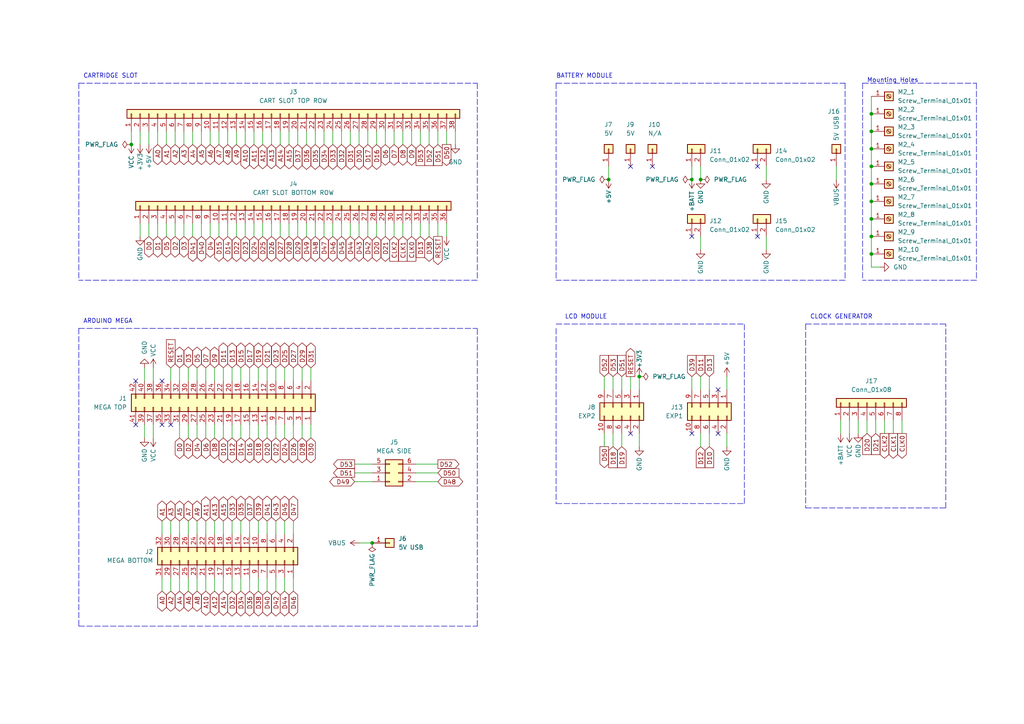
<source format=kicad_sch>
(kicad_sch (version 20210621) (generator eeschema)
  (paper "A4")
  (title_block (title "OPEN SOURCE CARTRIDGE READER") (date "2021-11-15") (rev "V1"))
  (junction (at 38.1 41.91))
  (junction (at 107.95 157.48))
  (junction (at 176.53 52.07))
  (junction (at 185.42 109.22))
  (junction (at 200.66 52.07))
  (junction (at 203.2 52.07))
  (junction (at 252.73 33.02))
  (junction (at 252.73 38.1))
  (junction (at 252.73 43.18))
  (junction (at 252.73 48.26))
  (junction (at 252.73 53.34))
  (junction (at 252.73 58.42))
  (junction (at 252.73 63.5))
  (junction (at 252.73 68.58))
  (junction (at 252.73 73.66))
  (no_connect (at 39.37 110.49))
  (no_connect (at 39.37 123.19))
  (no_connect (at 46.99 110.49))
  (no_connect (at 46.99 123.19))
  (no_connect (at 49.53 123.19))
  (no_connect (at 182.88 48.26))
  (no_connect (at 182.88 125.73))
  (no_connect (at 189.23 48.26))
  (no_connect (at 200.66 68.58))
  (no_connect (at 200.66 125.73))
  (no_connect (at 208.28 113.03))
  (no_connect (at 208.28 125.73))
  (no_connect (at 219.71 48.26))
  (no_connect (at 219.71 68.58))
  (wire (pts (xy 38.1 38.1) (xy 38.1 41.91)))
  (wire (pts (xy 40.64 38.1) (xy 40.64 41.91)))
  (wire (pts (xy 40.64 64.77) (xy 40.64 68.58)))
  (wire (pts (xy 41.91 106.68) (xy 41.91 110.49)))
  (wire (pts (xy 41.91 123.19) (xy 41.91 127)))
  (wire (pts (xy 43.18 38.1) (xy 43.18 41.91)))
  (wire (pts (xy 43.18 64.77) (xy 43.18 68.58)))
  (wire (pts (xy 44.45 106.68) (xy 44.45 110.49)))
  (wire (pts (xy 44.45 123.19) (xy 44.45 127)))
  (wire (pts (xy 45.72 38.1) (xy 45.72 41.91)))
  (wire (pts (xy 45.72 64.77) (xy 45.72 68.58)))
  (wire (pts (xy 46.99 151.13) (xy 46.99 154.94)))
  (wire (pts (xy 46.99 167.64) (xy 46.99 171.45)))
  (wire (pts (xy 48.26 38.1) (xy 48.26 41.91)))
  (wire (pts (xy 48.26 64.77) (xy 48.26 68.58)))
  (wire (pts (xy 49.53 106.68) (xy 49.53 110.49)))
  (wire (pts (xy 49.53 151.13) (xy 49.53 154.94)))
  (wire (pts (xy 49.53 167.64) (xy 49.53 171.45)))
  (wire (pts (xy 50.8 38.1) (xy 50.8 41.91)))
  (wire (pts (xy 50.8 64.77) (xy 50.8 68.58)))
  (wire (pts (xy 52.07 106.68) (xy 52.07 110.49)))
  (wire (pts (xy 52.07 123.19) (xy 52.07 127)))
  (wire (pts (xy 52.07 151.13) (xy 52.07 154.94)))
  (wire (pts (xy 52.07 167.64) (xy 52.07 171.45)))
  (wire (pts (xy 53.34 38.1) (xy 53.34 41.91)))
  (wire (pts (xy 53.34 64.77) (xy 53.34 68.58)))
  (wire (pts (xy 54.61 106.68) (xy 54.61 110.49)))
  (wire (pts (xy 54.61 123.19) (xy 54.61 127)))
  (wire (pts (xy 54.61 151.13) (xy 54.61 154.94)))
  (wire (pts (xy 54.61 167.64) (xy 54.61 171.45)))
  (wire (pts (xy 55.88 38.1) (xy 55.88 41.91)))
  (wire (pts (xy 55.88 64.77) (xy 55.88 68.58)))
  (wire (pts (xy 57.15 106.68) (xy 57.15 110.49)))
  (wire (pts (xy 57.15 123.19) (xy 57.15 127)))
  (wire (pts (xy 57.15 151.13) (xy 57.15 154.94)))
  (wire (pts (xy 57.15 167.64) (xy 57.15 171.45)))
  (wire (pts (xy 58.42 38.1) (xy 58.42 41.91)))
  (wire (pts (xy 58.42 64.77) (xy 58.42 68.58)))
  (wire (pts (xy 59.69 106.68) (xy 59.69 110.49)))
  (wire (pts (xy 59.69 123.19) (xy 59.69 127)))
  (wire (pts (xy 59.69 151.13) (xy 59.69 154.94)))
  (wire (pts (xy 59.69 167.64) (xy 59.69 171.45)))
  (wire (pts (xy 60.96 38.1) (xy 60.96 41.91)))
  (wire (pts (xy 60.96 64.77) (xy 60.96 68.58)))
  (wire (pts (xy 62.23 106.68) (xy 62.23 110.49)))
  (wire (pts (xy 62.23 123.19) (xy 62.23 127)))
  (wire (pts (xy 62.23 151.13) (xy 62.23 154.94)))
  (wire (pts (xy 62.23 167.64) (xy 62.23 171.45)))
  (wire (pts (xy 63.5 38.1) (xy 63.5 41.91)))
  (wire (pts (xy 63.5 64.77) (xy 63.5 68.58)))
  (wire (pts (xy 64.77 106.68) (xy 64.77 110.49)))
  (wire (pts (xy 64.77 123.19) (xy 64.77 127)))
  (wire (pts (xy 64.77 151.13) (xy 64.77 154.94)))
  (wire (pts (xy 64.77 167.64) (xy 64.77 171.45)))
  (wire (pts (xy 66.04 38.1) (xy 66.04 41.91)))
  (wire (pts (xy 66.04 64.77) (xy 66.04 68.58)))
  (wire (pts (xy 67.31 106.68) (xy 67.31 110.49)))
  (wire (pts (xy 67.31 123.19) (xy 67.31 127)))
  (wire (pts (xy 67.31 151.13) (xy 67.31 154.94)))
  (wire (pts (xy 67.31 167.64) (xy 67.31 171.45)))
  (wire (pts (xy 68.58 38.1) (xy 68.58 41.91)))
  (wire (pts (xy 68.58 64.77) (xy 68.58 68.58)))
  (wire (pts (xy 69.85 106.68) (xy 69.85 110.49)))
  (wire (pts (xy 69.85 123.19) (xy 69.85 127)))
  (wire (pts (xy 69.85 151.13) (xy 69.85 154.94)))
  (wire (pts (xy 69.85 167.64) (xy 69.85 171.45)))
  (wire (pts (xy 71.12 38.1) (xy 71.12 41.91)))
  (wire (pts (xy 71.12 64.77) (xy 71.12 68.58)))
  (wire (pts (xy 72.39 106.68) (xy 72.39 110.49)))
  (wire (pts (xy 72.39 123.19) (xy 72.39 127)))
  (wire (pts (xy 72.39 151.13) (xy 72.39 154.94)))
  (wire (pts (xy 72.39 167.64) (xy 72.39 171.45)))
  (wire (pts (xy 73.66 38.1) (xy 73.66 41.91)))
  (wire (pts (xy 73.66 64.77) (xy 73.66 68.58)))
  (wire (pts (xy 74.93 106.68) (xy 74.93 110.49)))
  (wire (pts (xy 74.93 123.19) (xy 74.93 127)))
  (wire (pts (xy 74.93 151.13) (xy 74.93 154.94)))
  (wire (pts (xy 74.93 167.64) (xy 74.93 171.45)))
  (wire (pts (xy 76.2 38.1) (xy 76.2 41.91)))
  (wire (pts (xy 76.2 64.77) (xy 76.2 68.58)))
  (wire (pts (xy 77.47 106.68) (xy 77.47 110.49)))
  (wire (pts (xy 77.47 123.19) (xy 77.47 127)))
  (wire (pts (xy 77.47 151.13) (xy 77.47 154.94)))
  (wire (pts (xy 77.47 167.64) (xy 77.47 171.45)))
  (wire (pts (xy 78.74 38.1) (xy 78.74 41.91)))
  (wire (pts (xy 78.74 64.77) (xy 78.74 68.58)))
  (wire (pts (xy 80.01 106.68) (xy 80.01 110.49)))
  (wire (pts (xy 80.01 123.19) (xy 80.01 127)))
  (wire (pts (xy 80.01 151.13) (xy 80.01 154.94)))
  (wire (pts (xy 80.01 167.64) (xy 80.01 171.45)))
  (wire (pts (xy 81.28 38.1) (xy 81.28 41.91)))
  (wire (pts (xy 81.28 64.77) (xy 81.28 68.58)))
  (wire (pts (xy 82.55 106.68) (xy 82.55 110.49)))
  (wire (pts (xy 82.55 123.19) (xy 82.55 127)))
  (wire (pts (xy 82.55 151.13) (xy 82.55 154.94)))
  (wire (pts (xy 82.55 167.64) (xy 82.55 171.45)))
  (wire (pts (xy 83.82 38.1) (xy 83.82 41.91)))
  (wire (pts (xy 83.82 64.77) (xy 83.82 68.58)))
  (wire (pts (xy 85.09 106.68) (xy 85.09 110.49)))
  (wire (pts (xy 85.09 123.19) (xy 85.09 127)))
  (wire (pts (xy 85.09 151.13) (xy 85.09 154.94)))
  (wire (pts (xy 85.09 167.64) (xy 85.09 171.45)))
  (wire (pts (xy 86.36 38.1) (xy 86.36 41.91)))
  (wire (pts (xy 86.36 64.77) (xy 86.36 68.58)))
  (wire (pts (xy 87.63 106.68) (xy 87.63 110.49)))
  (wire (pts (xy 87.63 123.19) (xy 87.63 127)))
  (wire (pts (xy 88.9 38.1) (xy 88.9 41.91)))
  (wire (pts (xy 88.9 64.77) (xy 88.9 68.58)))
  (wire (pts (xy 90.17 106.68) (xy 90.17 110.49)))
  (wire (pts (xy 90.17 123.19) (xy 90.17 127)))
  (wire (pts (xy 91.44 38.1) (xy 91.44 41.91)))
  (wire (pts (xy 91.44 64.77) (xy 91.44 68.58)))
  (wire (pts (xy 93.98 38.1) (xy 93.98 41.91)))
  (wire (pts (xy 93.98 64.77) (xy 93.98 68.58)))
  (wire (pts (xy 96.52 38.1) (xy 96.52 41.91)))
  (wire (pts (xy 96.52 64.77) (xy 96.52 68.58)))
  (wire (pts (xy 99.06 38.1) (xy 99.06 41.91)))
  (wire (pts (xy 99.06 64.77) (xy 99.06 68.58)))
  (wire (pts (xy 101.6 38.1) (xy 101.6 41.91)))
  (wire (pts (xy 101.6 64.77) (xy 101.6 68.58)))
  (wire (pts (xy 102.87 134.62) (xy 107.95 134.62)))
  (wire (pts (xy 102.87 137.16) (xy 107.95 137.16)))
  (wire (pts (xy 102.87 139.7) (xy 107.95 139.7)))
  (wire (pts (xy 104.14 38.1) (xy 104.14 41.91)))
  (wire (pts (xy 104.14 64.77) (xy 104.14 68.58)))
  (wire (pts (xy 104.14 157.48) (xy 107.95 157.48)))
  (wire (pts (xy 106.68 38.1) (xy 106.68 41.91)))
  (wire (pts (xy 106.68 64.77) (xy 106.68 68.58)))
  (wire (pts (xy 109.22 38.1) (xy 109.22 41.91)))
  (wire (pts (xy 109.22 64.77) (xy 109.22 68.58)))
  (wire (pts (xy 111.76 38.1) (xy 111.76 41.91)))
  (wire (pts (xy 111.76 64.77) (xy 111.76 68.58)))
  (wire (pts (xy 114.3 38.1) (xy 114.3 41.91)))
  (wire (pts (xy 114.3 64.77) (xy 114.3 68.58)))
  (wire (pts (xy 116.84 38.1) (xy 116.84 41.91)))
  (wire (pts (xy 116.84 64.77) (xy 116.84 68.58)))
  (wire (pts (xy 119.38 38.1) (xy 119.38 41.91)))
  (wire (pts (xy 119.38 64.77) (xy 119.38 68.58)))
  (wire (pts (xy 120.65 134.62) (xy 127 134.62)))
  (wire (pts (xy 120.65 137.16) (xy 127 137.16)))
  (wire (pts (xy 120.65 139.7) (xy 127 139.7)))
  (wire (pts (xy 121.92 38.1) (xy 121.92 41.91)))
  (wire (pts (xy 121.92 64.77) (xy 121.92 68.58)))
  (wire (pts (xy 124.46 38.1) (xy 124.46 41.91)))
  (wire (pts (xy 124.46 64.77) (xy 124.46 68.58)))
  (wire (pts (xy 127 38.1) (xy 127 41.91)))
  (wire (pts (xy 127 64.77) (xy 127 68.58)))
  (wire (pts (xy 129.54 38.1) (xy 129.54 41.91)))
  (wire (pts (xy 129.54 64.77) (xy 129.54 68.58)))
  (wire (pts (xy 132.08 38.1) (xy 132.08 41.91)))
  (wire (pts (xy 175.26 109.22) (xy 175.26 113.03)))
  (wire (pts (xy 175.26 125.73) (xy 175.26 129.54)))
  (wire (pts (xy 176.53 48.26) (xy 176.53 52.07)))
  (wire (pts (xy 177.8 109.22) (xy 177.8 113.03)))
  (wire (pts (xy 177.8 125.73) (xy 177.8 129.54)))
  (wire (pts (xy 180.34 109.22) (xy 180.34 113.03)))
  (wire (pts (xy 180.34 125.73) (xy 180.34 129.54)))
  (wire (pts (xy 182.88 109.22) (xy 182.88 113.03)))
  (wire (pts (xy 185.42 109.22) (xy 185.42 113.03)))
  (wire (pts (xy 185.42 125.73) (xy 185.42 129.54)))
  (wire (pts (xy 200.66 48.26) (xy 200.66 52.07)))
  (wire (pts (xy 200.66 109.22) (xy 200.66 113.03)))
  (wire (pts (xy 203.2 48.26) (xy 203.2 52.07)))
  (wire (pts (xy 203.2 68.58) (xy 203.2 72.39)))
  (wire (pts (xy 203.2 109.22) (xy 203.2 113.03)))
  (wire (pts (xy 203.2 125.73) (xy 203.2 129.54)))
  (wire (pts (xy 205.74 109.22) (xy 205.74 113.03)))
  (wire (pts (xy 205.74 125.73) (xy 205.74 129.54)))
  (wire (pts (xy 210.82 109.22) (xy 210.82 113.03)))
  (wire (pts (xy 210.82 125.73) (xy 210.82 129.54)))
  (wire (pts (xy 222.25 48.26) (xy 222.25 52.07)))
  (wire (pts (xy 222.25 68.58) (xy 222.25 72.39)))
  (wire (pts (xy 242.57 48.26) (xy 242.57 52.07)))
  (wire (pts (xy 243.84 121.92) (xy 243.84 125.73)))
  (wire (pts (xy 246.38 121.92) (xy 246.38 125.73)))
  (wire (pts (xy 248.92 121.92) (xy 248.92 125.73)))
  (wire (pts (xy 251.46 121.92) (xy 251.46 125.73)))
  (wire (pts (xy 252.73 27.94) (xy 252.73 33.02)))
  (wire (pts (xy 252.73 33.02) (xy 252.73 38.1)))
  (wire (pts (xy 252.73 38.1) (xy 252.73 43.18)))
  (wire (pts (xy 252.73 43.18) (xy 252.73 48.26)))
  (wire (pts (xy 252.73 48.26) (xy 252.73 53.34)))
  (wire (pts (xy 252.73 53.34) (xy 252.73 58.42)))
  (wire (pts (xy 252.73 58.42) (xy 252.73 63.5)))
  (wire (pts (xy 252.73 63.5) (xy 252.73 68.58)))
  (wire (pts (xy 252.73 68.58) (xy 252.73 73.66)))
  (wire (pts (xy 252.73 73.66) (xy 252.73 77.47)))
  (wire (pts (xy 252.73 77.47) (xy 255.27 77.47)))
  (wire (pts (xy 254 121.92) (xy 254 125.73)))
  (wire (pts (xy 256.54 121.92) (xy 256.54 125.73)))
  (wire (pts (xy 259.08 121.92) (xy 259.08 125.73)))
  (wire (pts (xy 261.62 121.92) (xy 261.62 125.73)))
  (polyline (pts (xy 22.86 24.13) (xy 22.86 81.28)))
  (polyline (pts (xy 22.86 24.13) (xy 138.43 24.13)))
  (polyline (pts (xy 22.86 95.25) (xy 22.86 181.61)))
  (polyline (pts (xy 22.86 95.25) (xy 138.43 95.25)))
  (polyline (pts (xy 22.86 181.61) (xy 138.43 181.61)))
  (polyline (pts (xy 138.43 24.13) (xy 138.43 81.28)))
  (polyline (pts (xy 138.43 81.28) (xy 22.86 81.28)))
  (polyline (pts (xy 138.43 181.61) (xy 138.43 95.25)))
  (polyline (pts (xy 161.29 24.13) (xy 161.29 81.28)))
  (polyline (pts (xy 161.29 24.13) (xy 245.11 24.13)))
  (polyline (pts (xy 161.29 93.98) (xy 215.9 93.98)))
  (polyline (pts (xy 161.29 95.25) (xy 161.29 146.05)))
  (polyline (pts (xy 161.29 146.05) (xy 215.9 146.05)))
  (polyline (pts (xy 215.9 146.05) (xy 215.9 93.98)))
  (polyline (pts (xy 233.68 93.98) (xy 233.68 147.32)))
  (polyline (pts (xy 233.68 93.98) (xy 274.32 93.98)))
  (polyline (pts (xy 233.68 147.32) (xy 274.32 147.32)))
  (polyline (pts (xy 245.11 24.13) (xy 245.11 81.28)))
  (polyline (pts (xy 245.11 81.28) (xy 161.29 81.28)))
  (polyline (pts (xy 250.19 24.13) (xy 250.19 81.28)))
  (polyline (pts (xy 250.19 24.13) (xy 283.21 24.13)))
  (polyline (pts (xy 274.32 147.32) (xy 274.32 93.98)))
  (polyline (pts (xy 283.21 24.13) (xy 283.21 81.28)))
  (polyline (pts (xy 283.21 81.28) (xy 250.19 81.28)))
  (text "CARTRIDGE SLOT" (at 24.13 22.86 0) (effects (font (size 1.27 1.27)) (justify left bottom)))
  (text "ARDUINO MEGA" (at 24.13 93.98 0) (effects (font (size 1.27 1.27)) (justify left bottom)))
  (text "BATTERY MODULE" (at 161.29 22.86 0) (effects (font (size 1.27 1.27)) (justify left bottom)))
  (text "LCD MODULE" (at 163.83 92.71 0) (effects (font (size 1.27 1.27)) (justify left bottom)))
  (text "CLOCK GENERATOR" (at 234.95 92.71 0) (effects (font (size 1.27 1.27)) (justify left bottom)))
  (text "Mounting Holes" (at 251.46 24.13 0) (effects (font (size 1.27 1.27)) (justify left bottom)))
  (global_label "D0" (shape bidirectional) (at 43.18 68.58 270) (property "Intersheet References" "${INTERSHEET_REFS}" (effects hide)))
  (global_label "A0" (shape bidirectional) (at 45.72 41.91 270) (property "Intersheet References" "${INTERSHEET_REFS}" (effects hide)))
  (global_label "D1" (shape bidirectional) (at 45.72 68.58 270) (property "Intersheet References" "${INTERSHEET_REFS}" (effects hide)))
  (global_label "A1" (shape bidirectional) (at 46.99 151.13 90) (property "Intersheet References" "${INTERSHEET_REFS}" (effects hide)))
  (global_label "A0" (shape bidirectional) (at 46.99 171.45 270) (property "Intersheet References" "${INTERSHEET_REFS}" (effects hide)))
  (global_label "A1" (shape bidirectional) (at 48.26 41.91 270) (property "Intersheet References" "${INTERSHEET_REFS}" (effects hide)))
  (global_label "D5" (shape bidirectional) (at 48.26 68.58 270) (property "Intersheet References" "${INTERSHEET_REFS}" (effects hide)))
  (global_label "RESET" (shape input) (at 49.53 106.68 90) (property "Intersheet References" "${INTERSHEET_REFS}" (effects hide)))
  (global_label "A3" (shape bidirectional) (at 49.53 151.13 90) (property "Intersheet References" "${INTERSHEET_REFS}" (effects hide)))
  (global_label "A2" (shape bidirectional) (at 49.53 171.45 270) (property "Intersheet References" "${INTERSHEET_REFS}" (effects hide)))
  (global_label "A2" (shape bidirectional) (at 50.8 41.91 270) (property "Intersheet References" "${INTERSHEET_REFS}" (effects hide)))
  (global_label "D2" (shape bidirectional) (at 50.8 68.58 270) (property "Intersheet References" "${INTERSHEET_REFS}" (effects hide)))
  (global_label "D1" (shape bidirectional) (at 52.07 106.68 90) (property "Intersheet References" "${INTERSHEET_REFS}" (effects hide)))
  (global_label "D0" (shape bidirectional) (at 52.07 127 270) (property "Intersheet References" "${INTERSHEET_REFS}" (effects hide)))
  (global_label "A5" (shape bidirectional) (at 52.07 151.13 90) (property "Intersheet References" "${INTERSHEET_REFS}" (effects hide)))
  (global_label "A4" (shape bidirectional) (at 52.07 171.45 270) (property "Intersheet References" "${INTERSHEET_REFS}" (effects hide)))
  (global_label "A3" (shape bidirectional) (at 53.34 41.91 270) (property "Intersheet References" "${INTERSHEET_REFS}" (effects hide)))
  (global_label "D3" (shape bidirectional) (at 53.34 68.58 270) (property "Intersheet References" "${INTERSHEET_REFS}" (effects hide)))
  (global_label "D3" (shape bidirectional) (at 54.61 106.68 90) (property "Intersheet References" "${INTERSHEET_REFS}" (effects hide)))
  (global_label "D2" (shape bidirectional) (at 54.61 127 270) (property "Intersheet References" "${INTERSHEET_REFS}" (effects hide)))
  (global_label "A7" (shape bidirectional) (at 54.61 151.13 90) (property "Intersheet References" "${INTERSHEET_REFS}" (effects hide)))
  (global_label "A6" (shape bidirectional) (at 54.61 171.45 270) (property "Intersheet References" "${INTERSHEET_REFS}" (effects hide)))
  (global_label "A4" (shape bidirectional) (at 55.88 41.91 270) (property "Intersheet References" "${INTERSHEET_REFS}" (effects hide)))
  (global_label "D41" (shape bidirectional) (at 55.88 68.58 270) (property "Intersheet References" "${INTERSHEET_REFS}" (effects hide)))
  (global_label "D5" (shape bidirectional) (at 57.15 106.68 90) (property "Intersheet References" "${INTERSHEET_REFS}" (effects hide)))
  (global_label "D4" (shape bidirectional) (at 57.15 127 270) (property "Intersheet References" "${INTERSHEET_REFS}" (effects hide)))
  (global_label "A9" (shape bidirectional) (at 57.15 151.13 90) (property "Intersheet References" "${INTERSHEET_REFS}" (effects hide)))
  (global_label "A8" (shape bidirectional) (at 57.15 171.45 270) (property "Intersheet References" "${INTERSHEET_REFS}" (effects hide)))
  (global_label "A5" (shape bidirectional) (at 58.42 41.91 270) (property "Intersheet References" "${INTERSHEET_REFS}" (effects hide)))
  (global_label "D40" (shape bidirectional) (at 58.42 68.58 270) (property "Intersheet References" "${INTERSHEET_REFS}" (effects hide)))
  (global_label "D7" (shape bidirectional) (at 59.69 106.68 90) (property "Intersheet References" "${INTERSHEET_REFS}" (effects hide)))
  (global_label "D6" (shape bidirectional) (at 59.69 127 270) (property "Intersheet References" "${INTERSHEET_REFS}" (effects hide)))
  (global_label "A11" (shape bidirectional) (at 59.69 151.13 90) (property "Intersheet References" "${INTERSHEET_REFS}" (effects hide)))
  (global_label "A10" (shape bidirectional) (at 59.69 171.45 270) (property "Intersheet References" "${INTERSHEET_REFS}" (effects hide)))
  (global_label "A6" (shape bidirectional) (at 60.96 41.91 270) (property "Intersheet References" "${INTERSHEET_REFS}" (effects hide)))
  (global_label "D4" (shape bidirectional) (at 60.96 68.58 270) (property "Intersheet References" "${INTERSHEET_REFS}" (effects hide)))
  (global_label "D9" (shape bidirectional) (at 62.23 106.68 90) (property "Intersheet References" "${INTERSHEET_REFS}" (effects hide)))
  (global_label "D8" (shape bidirectional) (at 62.23 127 270) (property "Intersheet References" "${INTERSHEET_REFS}" (effects hide)))
  (global_label "A13" (shape bidirectional) (at 62.23 151.13 90) (property "Intersheet References" "${INTERSHEET_REFS}" (effects hide)))
  (global_label "A12" (shape bidirectional) (at 62.23 171.45 270) (property "Intersheet References" "${INTERSHEET_REFS}" (effects hide)))
  (global_label "A7" (shape bidirectional) (at 63.5 41.91 270) (property "Intersheet References" "${INTERSHEET_REFS}" (effects hide)))
  (global_label "D15" (shape bidirectional) (at 63.5 68.58 270) (property "Intersheet References" "${INTERSHEET_REFS}" (effects hide)))
  (global_label "D11" (shape bidirectional) (at 64.77 106.68 90) (property "Intersheet References" "${INTERSHEET_REFS}" (effects hide)))
  (global_label "D10" (shape bidirectional) (at 64.77 127 270) (property "Intersheet References" "${INTERSHEET_REFS}" (effects hide)))
  (global_label "A15" (shape bidirectional) (at 64.77 151.13 90) (property "Intersheet References" "${INTERSHEET_REFS}" (effects hide)))
  (global_label "A14" (shape bidirectional) (at 64.77 171.45 270) (property "Intersheet References" "${INTERSHEET_REFS}" (effects hide)))
  (global_label "A8" (shape bidirectional) (at 66.04 41.91 270) (property "Intersheet References" "${INTERSHEET_REFS}" (effects hide)))
  (global_label "D14" (shape bidirectional) (at 66.04 68.58 270) (property "Intersheet References" "${INTERSHEET_REFS}" (effects hide)))
  (global_label "D13" (shape bidirectional) (at 67.31 106.68 90) (property "Intersheet References" "${INTERSHEET_REFS}" (effects hide)))
  (global_label "D12" (shape bidirectional) (at 67.31 127 270) (property "Intersheet References" "${INTERSHEET_REFS}" (effects hide)))
  (global_label "D33" (shape bidirectional) (at 67.31 151.13 90) (property "Intersheet References" "${INTERSHEET_REFS}" (effects hide)))
  (global_label "D32" (shape bidirectional) (at 67.31 171.45 270) (property "Intersheet References" "${INTERSHEET_REFS}" (effects hide)))
  (global_label "A9" (shape bidirectional) (at 68.58 41.91 270) (property "Intersheet References" "${INTERSHEET_REFS}" (effects hide)))
  (global_label "D22" (shape bidirectional) (at 68.58 68.58 270) (property "Intersheet References" "${INTERSHEET_REFS}" (effects hide)))
  (global_label "D15" (shape bidirectional) (at 69.85 106.68 90) (property "Intersheet References" "${INTERSHEET_REFS}" (effects hide)))
  (global_label "D14" (shape bidirectional) (at 69.85 127 270) (property "Intersheet References" "${INTERSHEET_REFS}" (effects hide)))
  (global_label "D35" (shape bidirectional) (at 69.85 151.13 90) (property "Intersheet References" "${INTERSHEET_REFS}" (effects hide)))
  (global_label "D34" (shape bidirectional) (at 69.85 171.45 270) (property "Intersheet References" "${INTERSHEET_REFS}" (effects hide)))
  (global_label "A10" (shape bidirectional) (at 71.12 41.91 270) (property "Intersheet References" "${INTERSHEET_REFS}" (effects hide)))
  (global_label "D23" (shape bidirectional) (at 71.12 68.58 270) (property "Intersheet References" "${INTERSHEET_REFS}" (effects hide)))
  (global_label "D17" (shape bidirectional) (at 72.39 106.68 90) (property "Intersheet References" "${INTERSHEET_REFS}" (effects hide)))
  (global_label "D16" (shape bidirectional) (at 72.39 127 270) (property "Intersheet References" "${INTERSHEET_REFS}" (effects hide)))
  (global_label "D37" (shape bidirectional) (at 72.39 151.13 90) (property "Intersheet References" "${INTERSHEET_REFS}" (effects hide)))
  (global_label "D36" (shape bidirectional) (at 72.39 171.45 270) (property "Intersheet References" "${INTERSHEET_REFS}" (effects hide)))
  (global_label "A11" (shape bidirectional) (at 73.66 41.91 270) (property "Intersheet References" "${INTERSHEET_REFS}" (effects hide)))
  (global_label "D24" (shape bidirectional) (at 73.66 68.58 270) (property "Intersheet References" "${INTERSHEET_REFS}" (effects hide)))
  (global_label "D19" (shape bidirectional) (at 74.93 106.68 90) (property "Intersheet References" "${INTERSHEET_REFS}" (effects hide)))
  (global_label "D18" (shape bidirectional) (at 74.93 127 270) (property "Intersheet References" "${INTERSHEET_REFS}" (effects hide)))
  (global_label "D39" (shape bidirectional) (at 74.93 151.13 90) (property "Intersheet References" "${INTERSHEET_REFS}" (effects hide)))
  (global_label "D38" (shape bidirectional) (at 74.93 171.45 270) (property "Intersheet References" "${INTERSHEET_REFS}" (effects hide)))
  (global_label "A12" (shape bidirectional) (at 76.2 41.91 270) (property "Intersheet References" "${INTERSHEET_REFS}" (effects hide)))
  (global_label "D25" (shape bidirectional) (at 76.2 68.58 270) (property "Intersheet References" "${INTERSHEET_REFS}" (effects hide)))
  (global_label "D21" (shape bidirectional) (at 77.47 106.68 90) (property "Intersheet References" "${INTERSHEET_REFS}" (effects hide)))
  (global_label "D20" (shape bidirectional) (at 77.47 127 270) (property "Intersheet References" "${INTERSHEET_REFS}" (effects hide)))
  (global_label "D41" (shape bidirectional) (at 77.47 151.13 90) (property "Intersheet References" "${INTERSHEET_REFS}" (effects hide)))
  (global_label "D40" (shape bidirectional) (at 77.47 171.45 270) (property "Intersheet References" "${INTERSHEET_REFS}" (effects hide)))
  (global_label "A13" (shape bidirectional) (at 78.74 41.91 270) (property "Intersheet References" "${INTERSHEET_REFS}" (effects hide)))
  (global_label "D26" (shape bidirectional) (at 78.74 68.58 270) (property "Intersheet References" "${INTERSHEET_REFS}" (effects hide)))
  (global_label "D23" (shape bidirectional) (at 80.01 106.68 90) (property "Intersheet References" "${INTERSHEET_REFS}" (effects hide)))
  (global_label "D22" (shape bidirectional) (at 80.01 127 270) (property "Intersheet References" "${INTERSHEET_REFS}" (effects hide)))
  (global_label "D43" (shape bidirectional) (at 80.01 151.13 90) (property "Intersheet References" "${INTERSHEET_REFS}" (effects hide)))
  (global_label "D42" (shape bidirectional) (at 80.01 171.45 270) (property "Intersheet References" "${INTERSHEET_REFS}" (effects hide)))
  (global_label "A14" (shape bidirectional) (at 81.28 41.91 270) (property "Intersheet References" "${INTERSHEET_REFS}" (effects hide)))
  (global_label "D27" (shape bidirectional) (at 81.28 68.58 270) (property "Intersheet References" "${INTERSHEET_REFS}" (effects hide)))
  (global_label "D25" (shape bidirectional) (at 82.55 106.68 90) (property "Intersheet References" "${INTERSHEET_REFS}" (effects hide)))
  (global_label "D24" (shape bidirectional) (at 82.55 127 270) (property "Intersheet References" "${INTERSHEET_REFS}" (effects hide)))
  (global_label "D45" (shape bidirectional) (at 82.55 151.13 90) (property "Intersheet References" "${INTERSHEET_REFS}" (effects hide)))
  (global_label "D44" (shape bidirectional) (at 82.55 171.45 270) (property "Intersheet References" "${INTERSHEET_REFS}" (effects hide)))
  (global_label "A15" (shape bidirectional) (at 83.82 41.91 270) (property "Intersheet References" "${INTERSHEET_REFS}" (effects hide)))
  (global_label "D28" (shape bidirectional) (at 83.82 68.58 270) (property "Intersheet References" "${INTERSHEET_REFS}" (effects hide)))
  (global_label "D27" (shape bidirectional) (at 85.09 106.68 90) (property "Intersheet References" "${INTERSHEET_REFS}" (effects hide)))
  (global_label "D26" (shape bidirectional) (at 85.09 127 270) (property "Intersheet References" "${INTERSHEET_REFS}" (effects hide)))
  (global_label "D47" (shape bidirectional) (at 85.09 151.13 90) (property "Intersheet References" "${INTERSHEET_REFS}" (effects hide)))
  (global_label "D46" (shape bidirectional) (at 85.09 171.45 270) (property "Intersheet References" "${INTERSHEET_REFS}" (effects hide)))
  (global_label "D37" (shape bidirectional) (at 86.36 41.91 270) (property "Intersheet References" "${INTERSHEET_REFS}" (effects hide)))
  (global_label "D29" (shape bidirectional) (at 86.36 68.58 270) (property "Intersheet References" "${INTERSHEET_REFS}" (effects hide)))
  (global_label "D29" (shape bidirectional) (at 87.63 106.68 90) (property "Intersheet References" "${INTERSHEET_REFS}" (effects hide)))
  (global_label "D28" (shape bidirectional) (at 87.63 127 270) (property "Intersheet References" "${INTERSHEET_REFS}" (effects hide)))
  (global_label "D36" (shape bidirectional) (at 88.9 41.91 270) (property "Intersheet References" "${INTERSHEET_REFS}" (effects hide)))
  (global_label "D49" (shape bidirectional) (at 88.9 68.58 270) (property "Intersheet References" "${INTERSHEET_REFS}" (effects hide)))
  (global_label "D31" (shape bidirectional) (at 90.17 106.68 90) (property "Intersheet References" "${INTERSHEET_REFS}" (effects hide)))
  (global_label "D30" (shape bidirectional) (at 90.17 127 270) (property "Intersheet References" "${INTERSHEET_REFS}" (effects hide)))
  (global_label "D35" (shape bidirectional) (at 91.44 41.91 270) (property "Intersheet References" "${INTERSHEET_REFS}" (effects hide)))
  (global_label "D48" (shape bidirectional) (at 91.44 68.58 270) (property "Intersheet References" "${INTERSHEET_REFS}" (effects hide)))
  (global_label "D34" (shape bidirectional) (at 93.98 41.91 270) (property "Intersheet References" "${INTERSHEET_REFS}" (effects hide)))
  (global_label "D47" (shape bidirectional) (at 93.98 68.58 270) (property "Intersheet References" "${INTERSHEET_REFS}" (effects hide)))
  (global_label "D33" (shape bidirectional) (at 96.52 41.91 270) (property "Intersheet References" "${INTERSHEET_REFS}" (effects hide)))
  (global_label "D46" (shape bidirectional) (at 96.52 68.58 270) (property "Intersheet References" "${INTERSHEET_REFS}" (effects hide)))
  (global_label "D32" (shape bidirectional) (at 99.06 41.91 270) (property "Intersheet References" "${INTERSHEET_REFS}" (effects hide)))
  (global_label "D45" (shape bidirectional) (at 99.06 68.58 270) (property "Intersheet References" "${INTERSHEET_REFS}" (effects hide)))
  (global_label "D31" (shape bidirectional) (at 101.6 41.91 270) (property "Intersheet References" "${INTERSHEET_REFS}" (effects hide)))
  (global_label "D44" (shape bidirectional) (at 101.6 68.58 270) (property "Intersheet References" "${INTERSHEET_REFS}" (effects hide)))
  (global_label "D53" (shape output) (at 102.87 134.62 180) (property "Intersheet References" "${INTERSHEET_REFS}" (effects hide)))
  (global_label "D51" (shape output) (at 102.87 137.16 180) (property "Intersheet References" "${INTERSHEET_REFS}" (effects hide)))
  (global_label "D49" (shape bidirectional) (at 102.87 139.7 180) (property "Intersheet References" "${INTERSHEET_REFS}" (effects hide)))
  (global_label "D30" (shape bidirectional) (at 104.14 41.91 270) (property "Intersheet References" "${INTERSHEET_REFS}" (effects hide)))
  (global_label "D43" (shape bidirectional) (at 104.14 68.58 270) (property "Intersheet References" "${INTERSHEET_REFS}" (effects hide)))
  (global_label "D17" (shape bidirectional) (at 106.68 41.91 270) (property "Intersheet References" "${INTERSHEET_REFS}" (effects hide)))
  (global_label "D42" (shape bidirectional) (at 106.68 68.58 270) (property "Intersheet References" "${INTERSHEET_REFS}" (effects hide)))
  (global_label "D16" (shape bidirectional) (at 109.22 41.91 270) (property "Intersheet References" "${INTERSHEET_REFS}" (effects hide)))
  (global_label "D20" (shape bidirectional) (at 109.22 68.58 270) (property "Intersheet References" "${INTERSHEET_REFS}" (effects hide)))
  (global_label "D6" (shape bidirectional) (at 111.76 41.91 270) (property "Intersheet References" "${INTERSHEET_REFS}" (effects hide)))
  (global_label "D21" (shape bidirectional) (at 111.76 68.58 270) (property "Intersheet References" "${INTERSHEET_REFS}" (effects hide)))
  (global_label "D7" (shape bidirectional) (at 114.3 41.91 270) (property "Intersheet References" "${INTERSHEET_REFS}" (effects hide)))
  (global_label "CLK2" (shape input) (at 114.3 68.58 270) (property "Intersheet References" "${INTERSHEET_REFS}" (effects hide)))
  (global_label "D8" (shape bidirectional) (at 116.84 41.91 270) (property "Intersheet References" "${INTERSHEET_REFS}" (effects hide)))
  (global_label "CLK1" (shape input) (at 116.84 68.58 270) (property "Intersheet References" "${INTERSHEET_REFS}" (effects hide)))
  (global_label "D9" (shape bidirectional) (at 119.38 41.91 270) (property "Intersheet References" "${INTERSHEET_REFS}" (effects hide)))
  (global_label "CLK0" (shape input) (at 119.38 68.58 270) (property "Intersheet References" "${INTERSHEET_REFS}" (effects hide)))
  (global_label "D53" (shape input) (at 121.92 41.91 270) (property "Intersheet References" "${INTERSHEET_REFS}" (effects hide)))
  (global_label "D13" (shape input) (at 121.92 68.58 270) (property "Intersheet References" "${INTERSHEET_REFS}" (effects hide)))
  (global_label "D52" (shape input) (at 124.46 41.91 270) (property "Intersheet References" "${INTERSHEET_REFS}" (effects hide)))
  (global_label "D38" (shape bidirectional) (at 124.46 68.58 270) (property "Intersheet References" "${INTERSHEET_REFS}" (effects hide)))
  (global_label "D51" (shape input) (at 127 41.91 270) (property "Intersheet References" "${INTERSHEET_REFS}" (effects hide)))
  (global_label "RESET" (shape output) (at 127 68.58 270) (property "Intersheet References" "${INTERSHEET_REFS}" (effects hide)))
  (global_label "D52" (shape output) (at 127 134.62 0) (property "Intersheet References" "${INTERSHEET_REFS}" (effects hide)))
  (global_label "D50" (shape input) (at 127 137.16 0) (property "Intersheet References" "${INTERSHEET_REFS}" (effects hide)))
  (global_label "D48" (shape bidirectional) (at 127 139.7 0) (property "Intersheet References" "${INTERSHEET_REFS}" (effects hide)))
  (global_label "D50" (shape output) (at 129.54 41.91 270) (property "Intersheet References" "${INTERSHEET_REFS}" (effects hide)))
  (global_label "D52" (shape input) (at 175.26 109.22 90) (property "Intersheet References" "${INTERSHEET_REFS}" (effects hide)))
  (global_label "D50" (shape output) (at 175.26 129.54 270) (property "Intersheet References" "${INTERSHEET_REFS}" (effects hide)))
  (global_label "D53" (shape input) (at 177.8 109.22 90) (property "Intersheet References" "${INTERSHEET_REFS}" (effects hide)))
  (global_label "D18" (shape input) (at 177.8 129.54 270) (property "Intersheet References" "${INTERSHEET_REFS}" (effects hide)))
  (global_label "D51" (shape input) (at 180.34 109.22 90) (property "Intersheet References" "${INTERSHEET_REFS}" (effects hide)))
  (global_label "D19" (shape input) (at 180.34 129.54 270) (property "Intersheet References" "${INTERSHEET_REFS}" (effects hide)))
  (global_label "RESET" (shape output) (at 182.88 109.22 90) (property "Intersheet References" "${INTERSHEET_REFS}" (effects hide)))
  (global_label "D39" (shape input) (at 200.66 109.22 90) (property "Intersheet References" "${INTERSHEET_REFS}" (effects hide)))
  (global_label "D11" (shape input) (at 203.2 109.22 90) (property "Intersheet References" "${INTERSHEET_REFS}" (effects hide)))
  (global_label "D12" (shape input) (at 203.2 129.54 270) (property "Intersheet References" "${INTERSHEET_REFS}" (effects hide)))
  (global_label "D13" (shape input) (at 205.74 109.22 90) (property "Intersheet References" "${INTERSHEET_REFS}" (effects hide)))
  (global_label "D10" (shape input) (at 205.74 129.54 270) (property "Intersheet References" "${INTERSHEET_REFS}" (effects hide)))
  (global_label "D20" (shape input) (at 251.46 125.73 270) (property "Intersheet References" "${INTERSHEET_REFS}" (effects hide)))
  (global_label "D21" (shape input) (at 254 125.73 270) (property "Intersheet References" "${INTERSHEET_REFS}" (effects hide)))
  (global_label "CLK2" (shape output) (at 256.54 125.73 270) (property "Intersheet References" "${INTERSHEET_REFS}" (effects hide)))
  (global_label "CLK1" (shape output) (at 259.08 125.73 270) (property "Intersheet References" "${INTERSHEET_REFS}" (effects hide)))
  (global_label "CLK0" (shape output) (at 261.62 125.73 270) (property "Intersheet References" "${INTERSHEET_REFS}" (effects hide)))
  (symbol (lib_id "power:VCC") (at 38.1 41.91 180) (unit 1)
    (property "Reference" "#PWR01" (effects hide))
    (property "Value" "VCC" (at 38.1 46.99 90))
  )
  (symbol (lib_id "power:+3.3V") (at 40.64 41.91 180) (unit 1)
    (property "Reference" "#PWR02" (effects hide))
    (property "Value" "+3.3V" (at 40.64 46.99 90))
  )
  (symbol (lib_id "power:+5V") (at 43.18 41.91 180) (unit 1)
    (property "Reference" "#PWR06" (effects hide))
    (property "Value" "+5V" (at 43.18 46.99 90))
  )
  (symbol (lib_id "power:VCC") (at 44.45 106.68 0) (unit 1)
    (property "Reference" "#PWR07" (effects hide))
    (property "Value" "VCC" (at 44.45 101.6 90))
  )
  (symbol (lib_id "power:VCC") (at 44.45 127 180) (unit 1)
    (property "Reference" "#PWR08" (effects hide))
    (property "Value" "VCC" (at 44.45 132.08 90))
  )
  (symbol (lib_id "power:VBUS") (at 104.14 157.48 90) (unit 1)
    (property "Reference" "#PWR09" (effects hide))
    (property "Value" "VBUS" (at 100.33 157.4799 90) (effects (justify left)))
  )
  (symbol (lib_id "power:VCC") (at 129.54 68.58 180) (unit 1)
    (property "Reference" "#PWR010" (effects hide))
    (property "Value" "VCC" (at 129.54 73.66 90))
  )
  (symbol (lib_id "power:+5V") (at 176.53 52.07 180) (unit 1)
    (property "Reference" "#PWR012" (effects hide))
    (property "Value" "+5V" (at 176.53 57.15 90))
  )
  (symbol (lib_id "power:+3.3V") (at 185.42 109.22 0) (unit 1)
    (property "Reference" "#PWR013" (effects hide))
    (property "Value" "+3.3V" (at 185.42 104.14 90))
  )
  (symbol (lib_id "power:+BATT") (at 200.66 52.07 180) (unit 1)
    (property "Reference" "#PWR015" (effects hide))
    (property "Value" "+BATT" (at 200.66 58.42 90))
  )
  (symbol (lib_id "power:+5V") (at 210.82 109.22 0) (unit 1)
    (property "Reference" "#PWR018" (effects hide))
    (property "Value" "+5V" (at 210.82 104.14 90))
  )
  (symbol (lib_id "power:VBUS") (at 242.57 52.07 180) (unit 1)
    (property "Reference" "#PWR022" (effects hide))
    (property "Value" "VBUS" (at 242.57 57.15 90))
  )
  (symbol (lib_id "power:+BATT") (at 243.84 125.73 180) (unit 1)
    (property "Reference" "#PWR023" (effects hide))
    (property "Value" "+BATT" (at 243.84 132.08 90))
  )
  (symbol (lib_id "power:VCC") (at 246.38 125.73 180) (unit 1)
    (property "Reference" "#PWR024" (effects hide))
    (property "Value" "VCC" (at 246.38 130.81 90))
  )
  (symbol (lib_id "power:PWR_FLAG") (at 38.1 41.91 90) (unit 1)
    (property "Reference" "#FLG01" (effects hide))
    (property "Value" "PWR_FLAG" (at 34.29 41.9099 90) (effects (justify left)))
  )
  (symbol (lib_id "power:PWR_FLAG") (at 107.95 157.48 180) (unit 1)
    (property "Reference" "#FLG02" (effects hide))
    (property "Value" "PWR_FLAG" (at 107.95 170.1798 90) (effects (justify right)))
  )
  (symbol (lib_id "power:PWR_FLAG") (at 176.53 52.07 90) (unit 1)
    (property "Reference" "#FLG03" (effects hide))
    (property "Value" "PWR_FLAG" (at 172.72 52.0699 90) (effects (justify left)))
  )
  (symbol (lib_id "power:PWR_FLAG") (at 185.42 109.22 270) (unit 1)
    (property "Reference" "#FLG04" (effects hide))
    (property "Value" "PWR_FLAG" (at 189.23 109.2199 90) (effects (justify left)))
  )
  (symbol (lib_id "power:PWR_FLAG") (at 200.66 52.07 90) (unit 1)
    (property "Reference" "#FLG05" (effects hide))
    (property "Value" "PWR_FLAG" (at 196.85 52.0699 90) (effects (justify left)))
  )
  (symbol (lib_id "power:PWR_FLAG") (at 203.2 52.07 270) (unit 1)
    (property "Reference" "#FLG06" (effects hide))
    (property "Value" "PWR_FLAG" (at 207.01 52.0699 90) (effects (justify left)))
  )
  (symbol (lib_id "power:GND") (at 40.64 68.58 0) (unit 1)
    (property "Reference" "#PWR03" (effects hide))
    (property "Value" "GND" (at 40.64 73.66 90))
  )
  (symbol (lib_id "power:GND") (at 41.91 106.68 180) (unit 1)
    (property "Reference" "#PWR04" (effects hide))
    (property "Value" "GND" (at 41.91 102.8699 90) (effects (justify right)))
  )
  (symbol (lib_id "power:GND") (at 41.91 127 0) (unit 1)
    (property "Reference" "#PWR05" (effects hide))
    (property "Value" "GND" (at 41.91 132.08 90))
  )
  (symbol (lib_id "power:GND") (at 132.08 41.91 0) (unit 1)
    (property "Reference" "#PWR011" (effects hide))
    (property "Value" "GND" (at 132.08 46.99 0))
  )
  (symbol (lib_id "power:GND") (at 185.42 129.54 0) (unit 1)
    (property "Reference" "#PWR014" (effects hide))
    (property "Value" "GND" (at 185.42 134.62 90))
  )
  (symbol (lib_id "power:GND") (at 203.2 52.07 0) (unit 1)
    (property "Reference" "#PWR016" (effects hide))
    (property "Value" "GND" (at 203.2 57.15 90))
  )
  (symbol (lib_id "power:GND") (at 203.2 72.39 0) (unit 1)
    (property "Reference" "#PWR017" (effects hide))
    (property "Value" "GND" (at 203.2 77.47 90))
  )
  (symbol (lib_id "power:GND") (at 210.82 129.54 0) (unit 1)
    (property "Reference" "#PWR019" (effects hide))
    (property "Value" "GND" (at 210.82 134.62 90))
  )
  (symbol (lib_id "power:GND") (at 222.25 52.07 0) (unit 1)
    (property "Reference" "#PWR020" (effects hide))
    (property "Value" "GND" (at 222.25 57.15 90))
  )
  (symbol (lib_id "power:GND") (at 222.25 72.39 0) (unit 1)
    (property "Reference" "#PWR021" (effects hide))
    (property "Value" "GND" (at 222.25 77.47 90))
  )
  (symbol (lib_id "power:GND") (at 248.92 125.73 0) (unit 1)
    (property "Reference" "#PWR025" (effects hide))
    (property "Value" "GND" (at 248.92 130.81 90))
  )
  (symbol (lib_id "power:GND") (at 255.27 77.47 90) (unit 1)
    (property "Reference" "#PWR026" (effects hide))
    (property "Value" "GND" (at 259.08 77.4699 90) (effects (justify right)))
  )
  (symbol (lib_id "Connector_Generic:Conn_01x01") (at 113.03 157.48 0) (unit 1)
    (property "Reference" "J6" (at 115.57 156.2099 0) (effects (justify left)))
    (property "Value" "5V USB" (at 115.57 158.7499 0) (effects (justify left)))
    (property "Footprint" "Connector_PinHeader_2.54mm:PinHeader_1x01_P2.54mm_Vertical" (effects hide))
  )
  (symbol (lib_id "Connector_Generic:Conn_01x01") (at 176.53 43.18 90) (unit 1)
    (property "Reference" "J7" (at 175.26 36.1314 90) (effects (justify right)))
    (property "Value" "5V" (at 175.26 38.6714 90) (effects (justify right)))
    (property "Footprint" "Connector_PinHeader_2.54mm:PinHeader_1x01_P2.54mm_Vertical" (effects hide))
  )
  (symbol (lib_id "Connector_Generic:Conn_01x01") (at 182.88 43.18 90) (unit 1)
    (property "Reference" "J9" (at 181.61 36.1314 90) (effects (justify right)))
    (property "Value" "5V" (at 181.61 38.6714 90) (effects (justify right)))
    (property "Footprint" "Connector_PinHeader_2.54mm:PinHeader_1x01_P2.54mm_Vertical" (effects hide))
  )
  (symbol (lib_id "Connector_Generic:Conn_01x01") (at 189.23 43.18 90) (unit 1)
    (property "Reference" "J10" (at 187.96 36.1314 90) (effects (justify right)))
    (property "Value" "N/A" (at 187.96 38.6714 90) (effects (justify right)))
    (property "Footprint" "Connector_PinHeader_2.54mm:PinHeader_1x01_P2.54mm_Vertical" (effects hide))
  )
  (symbol (lib_id "Connector_Generic:Conn_01x01") (at 242.57 43.18 90) (unit 1)
    (property "Reference" "J16" (at 240.03 32.3214 90) (effects (justify right)))
    (property "Value" "5V USB" (at 242.57 33.5914 0) (effects (justify right)))
    (property "Footprint" "Connector_PinHeader_2.54mm:PinHeader_1x01_P2.54mm_Vertical" (effects hide))
  )
  (symbol (lib_id "Connector:Screw_Terminal_01x01") (at 257.81 27.94 0) (unit 1)
    (property "Reference" "M2_1" (at 260.35 26.6699 0) (effects (justify left)))
    (property "Value" "Screw_Terminal_01x01" (at 260.35 29.2099 0) (effects (justify left)))
  )
  (symbol (lib_id "Connector:Screw_Terminal_01x01") (at 257.81 33.02 0) (unit 1)
    (property "Reference" "M2_2" (at 260.35 31.7499 0) (effects (justify left)))
    (property "Value" "Screw_Terminal_01x01" (at 260.35 34.2899 0) (effects (justify left)))
  )
  (symbol (lib_id "Connector:Screw_Terminal_01x01") (at 257.81 38.1 0) (unit 1)
    (property "Reference" "M2_3" (at 260.35 36.8299 0) (effects (justify left)))
    (property "Value" "Screw_Terminal_01x01" (at 260.35 39.3699 0) (effects (justify left)))
  )
  (symbol (lib_id "Connector:Screw_Terminal_01x01") (at 257.81 43.18 0) (unit 1)
    (property "Reference" "M2_4" (at 260.35 41.9099 0) (effects (justify left)))
    (property "Value" "Screw_Terminal_01x01" (at 260.35 44.4499 0) (effects (justify left)))
  )
  (symbol (lib_id "Connector:Screw_Terminal_01x01") (at 257.81 48.26 0) (unit 1)
    (property "Reference" "M2_5" (at 260.35 46.9899 0) (effects (justify left)))
    (property "Value" "Screw_Terminal_01x01" (at 260.35 49.5299 0) (effects (justify left)))
  )
  (symbol (lib_id "Connector:Screw_Terminal_01x01") (at 257.81 53.34 0) (unit 1)
    (property "Reference" "M2_6" (at 260.35 52.0699 0) (effects (justify left)))
    (property "Value" "Screw_Terminal_01x01" (at 260.35 54.6099 0) (effects (justify left)))
  )
  (symbol (lib_id "Connector:Screw_Terminal_01x01") (at 257.81 58.42 0) (unit 1)
    (property "Reference" "M2_7" (at 260.35 57.1499 0) (effects (justify left)))
    (property "Value" "Screw_Terminal_01x01" (at 260.35 59.6899 0) (effects (justify left)))
  )
  (symbol (lib_id "Connector:Screw_Terminal_01x01") (at 257.81 63.5 0) (unit 1)
    (property "Reference" "M2_8" (at 260.35 62.2299 0) (effects (justify left)))
    (property "Value" "Screw_Terminal_01x01" (at 260.35 64.7699 0) (effects (justify left)))
  )
  (symbol (lib_id "Connector:Screw_Terminal_01x01") (at 257.81 68.58 0) (unit 1)
    (property "Reference" "M2_9" (at 260.35 67.3099 0) (effects (justify left)))
    (property "Value" "Screw_Terminal_01x01" (at 260.35 69.8499 0) (effects (justify left)))
  )
  (symbol (lib_id "Connector:Screw_Terminal_01x01") (at 257.81 73.66 0) (unit 1)
    (property "Reference" "M2_10" (at 260.35 72.3899 0) (effects (justify left)))
    (property "Value" "Screw_Terminal_01x01" (at 260.35 74.9299 0) (effects (justify left)))
  )
  (symbol (lib_id "Connector_Generic:Conn_01x02") (at 200.66 43.18 90) (unit 1)
    (property "Reference" "J11" (at 205.74 43.7514 90) (effects (justify right)))
    (property "Value" "Conn_01x02" (at 205.74 46.2914 90) (effects (justify right)))
    (property "Footprint" "Connector_PinHeader_2.54mm:PinHeader_1x02_P2.54mm_Vertical" (effects hide))
  )
  (symbol (lib_id "Connector_Generic:Conn_01x02") (at 200.66 63.5 90) (unit 1)
    (property "Reference" "J12" (at 205.74 64.0714 90) (effects (justify right)))
    (property "Value" "Conn_01x02" (at 205.74 66.6114 90) (effects (justify right)))
    (property "Footprint" "Connector_PinHeader_2.54mm:PinHeader_1x02_P2.54mm_Vertical" (effects hide))
  )
  (symbol (lib_id "Connector_Generic:Conn_01x02") (at 219.71 43.18 90) (unit 1)
    (property "Reference" "J14" (at 224.79 43.7514 90) (effects (justify right)))
    (property "Value" "Conn_01x02" (at 224.79 46.2914 90) (effects (justify right)))
    (property "Footprint" "Connector_PinHeader_2.54mm:PinHeader_1x02_P2.54mm_Vertical" (effects hide))
  )
  (symbol (lib_id "Connector_Generic:Conn_01x02") (at 219.71 63.5 90) (unit 1)
    (property "Reference" "J15" (at 224.79 64.0714 90) (effects (justify right)))
    (property "Value" "Conn_01x02" (at 224.79 66.6114 90) (effects (justify right)))
    (property "Footprint" "Connector_PinHeader_2.54mm:PinHeader_1x02_P2.54mm_Vertical" (effects hide))
  )
  (symbol (lib_id "Connector_Generic:Conn_02x03_Odd_Even") (at 113.03 137.16 0) (mirror x) (unit 1)
    (property "Reference" "J5" (at 114.3 128.27 0))
    (property "Value" "MEGA SIDE" (at 114.3 130.81 0))
    (property "Footprint" "Connector_PinSocket_2.54mm:PinSocket_2x03_P2.54mm_Vertical" (effects hide))
  )
  (symbol (lib_id "Connector_Generic:Conn_01x08") (at 251.46 116.84 90) (unit 1)
    (property "Reference" "J17" (at 252.73 110.49 90))
    (property "Value" "Conn_01x08" (at 252.73 113.03 90))
    (property "Footprint" "Connector_PinSocket_2.54mm:PinSocket_1x08_P2.54mm_Vertical" (effects hide))
  )
  (symbol (lib_id "Connector_Generic:Conn_02x05_Odd_Even") (at 180.34 118.11 270) (unit 1)
    (property "Reference" "J8" (at 172.72 118.1099 90) (effects (justify right)))
    (property "Value" "EXP2" (at 172.72 120.6499 90) (effects (justify right)))
    (property "Footprint" "Connector_IDC:IDC-Header_2x05_P2.54mm_Vertical" (effects hide))
  )
  (symbol (lib_id "Connector_Generic:Conn_02x05_Odd_Even") (at 205.74 118.11 270) (unit 1)
    (property "Reference" "J13" (at 198.12 118.1099 90) (effects (justify right)))
    (property "Value" "EXP1" (at 198.12 120.6499 90) (effects (justify right)))
    (property "Footprint" "Connector_IDC:IDC-Header_2x05_P2.54mm_Vertical" (effects hide))
  )
  (symbol (lib_id "Connector_Generic:Conn_02x16_Odd_Even") (at 67.31 162.56 270) (mirror x) (unit 1)
    (property "Reference" "J2" (at 44.45 160.0199 90) (effects (justify right)))
    (property "Value" "MEGA BOTTOM" (at 44.45 162.5599 90) (effects (justify right)))
    (property "Footprint" "Connector_PinSocket_2.54mm:PinSocket_2x16_P2.54mm_Vertical" (effects hide))
  )
  (symbol (lib_id "Connector_Generic:Conn_01x36") (at 83.82 59.69 90) (unit 1)
    (property "Reference" "J4" (at 85.09 53.34 90))
    (property "Value" "CART SLOT BOTTOM ROW" (at 85.09 55.88 90))
    (property "Footprint" "Connector_PinSocket_2.54mm:PinSocket_1x36_P2.54mm_Vertical" (effects hide))
  )
  (symbol (lib_id "Connector_Generic:Conn_01x38") (at 83.82 33.02 90) (unit 1)
    (property "Reference" "J3" (at 85.09 26.67 90))
    (property "Value" "CART SLOT TOP ROW" (at 85.09 29.21 90))
    (property "Footprint" "Connector_PinSocket_2.54mm:PinSocket_1x38_P2.54mm_Vertical" (effects hide))
  )
  (symbol (lib_id "Connector_Generic:Conn_02x21_Odd_Even") (at 64.77 118.11 270) (mirror x) (unit 1)
    (property "Reference" "J1" (at 36.83 115.5699 90) (effects (justify right)))
    (property "Value" "MEGA TOP" (at 36.83 118.1099 90) (effects (justify right)))
    (property "Footprint" "Connector_PinSocket_2.54mm:PinSocket_2x21_P2.54mm_Vertical" (effects hide))
  )
)
</source>
